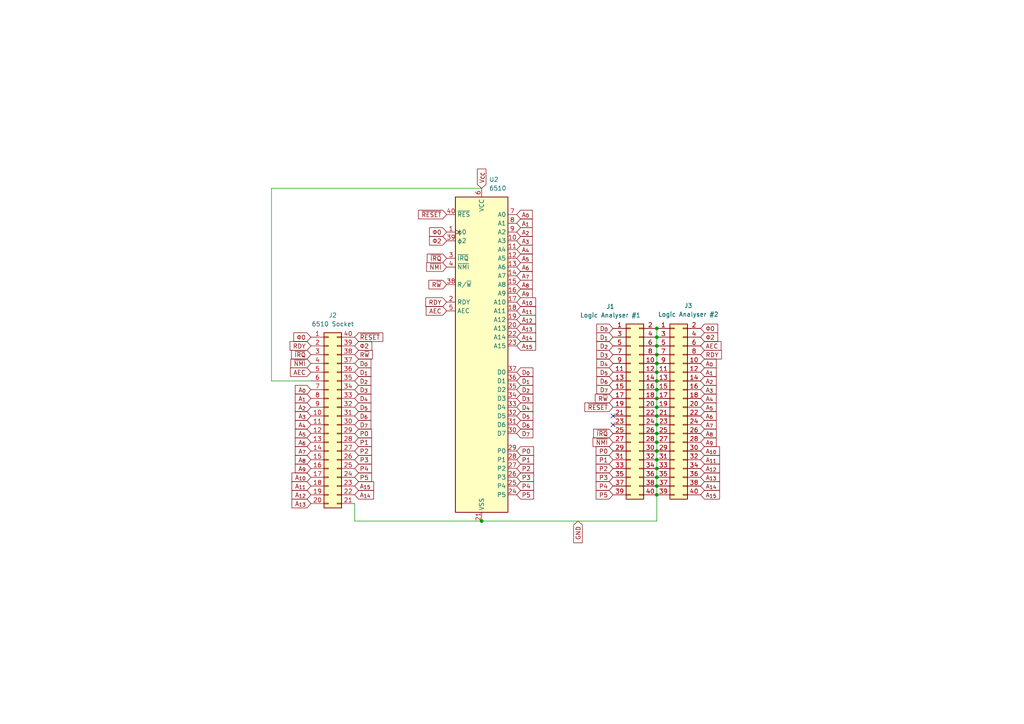
<source format=kicad_sch>
(kicad_sch (version 20250114) (generator "eeschema") (generator_version "9.0")
  (paper "A4")
  (title_block (title "6510 CPU Breakout Board for Logic Analysers") (date "13/OCT/2025") (rev "A") (company "Brett Hallen") (comment 1 "www,youtube.com/@Brfff"))
  (lib_symbols
    (symbol "65xx-library:6510"
      (property "Reference" "U" (at 2.54 50.8 0))
      (property "Value" "6510" (at 2.54 48.26 0))
      (symbol "6510_0_1"
        (rectangle (start -7.62 45.72) (end 7.62 -45.72) (stroke (width 0.254)) (fill (type background)))
      )
      (symbol "6510_1_1"
        (pin input line (at -10.16 40.64 0) (length 2.54) (name "~{RES}") (number "40"))
        (pin input clock (at -10.16 35.56 0) (length 2.54) (name "ϕ0") (number "1"))
        (pin output line (at -10.16 33.02 0) (length 2.54) (name "ϕ2") (number "39"))
        (pin input line (at -10.16 27.94 0) (length 2.54) (name "~{IRQ}") (number "3"))
        (pin input line (at -10.16 25.4 0) (length 2.54) (name "~{NMI}") (number "4"))
        (pin tri_state line (at -10.16 20.32 0) (length 2.54) (name "R/~{W}") (number "38"))
        (pin input line (at -10.16 15.24 0) (length 2.54) (name "RDY") (number "2"))
        (pin input line (at -10.16 12.7 0) (length 2.54) (name "AEC") (number "5"))
        (pin power_in line (at 0 48.26 270) (length 2.54) (name "VCC") (number "6"))
        (pin power_in line (at 0 -48.26 90) (length 2.54) (name "VSS") (number "21"))
        (pin tri_state line (at 10.16 40.64 180) (length 2.54) (name "A0") (number "7"))
        (pin tri_state line (at 10.16 38.1 180) (length 2.54) (name "A1") (number "8"))
        (pin tri_state line (at 10.16 35.56 180) (length 2.54) (name "A2") (number "9"))
        (pin tri_state line (at 10.16 33.02 180) (length 2.54) (name "A3") (number "10"))
        (pin tri_state line (at 10.16 30.48 180) (length 2.54) (name "A4") (number "11"))
        (pin tri_state line (at 10.16 27.94 180) (length 2.54) (name "A5") (number "12"))
        (pin tri_state line (at 10.16 25.4 180) (length 2.54) (name "A6") (number "13"))
        (pin tri_state line (at 10.16 22.86 180) (length 2.54) (name "A7") (number "14"))
        (pin tri_state line (at 10.16 20.32 180) (length 2.54) (name "A8") (number "15"))
        (pin tri_state line (at 10.16 17.78 180) (length 2.54) (name "A9") (number "16"))
        (pin tri_state line (at 10.16 15.24 180) (length 2.54) (name "A10") (number "17"))
        (pin tri_state line (at 10.16 12.7 180) (length 2.54) (name "A11") (number "18"))
        (pin tri_state line (at 10.16 10.16 180) (length 2.54) (name "A12") (number "19"))
        (pin tri_state line (at 10.16 7.62 180) (length 2.54) (name "A13") (number "20"))
        (pin tri_state line (at 10.16 5.08 180) (length 2.54) (name "A14") (number "22"))
        (pin tri_state line (at 10.16 2.54 180) (length 2.54) (name "A15") (number "23"))
        (pin bidirectional line (at 10.16 -5.08 180) (length 2.54) (name "D0") (number "37"))
        (pin bidirectional line (at 10.16 -7.62 180) (length 2.54) (name "D1") (number "36"))
        (pin bidirectional line (at 10.16 -10.16 180) (length 2.54) (name "D2") (number "35"))
        (pin bidirectional line (at 10.16 -12.7 180) (length 2.54) (name "D3") (number "34"))
        (pin bidirectional line (at 10.16 -15.24 180) (length 2.54) (name "D4") (number "33"))
        (pin bidirectional line (at 10.16 -17.78 180) (length 2.54) (name "D5") (number "32"))
        (pin bidirectional line (at 10.16 -20.32 180) (length 2.54) (name "D6") (number "31"))
        (pin bidirectional line (at 10.16 -22.86 180) (length 2.54) (name "D7") (number "30"))
        (pin bidirectional line (at 10.16 -27.94 180) (length 2.54) (name "P0") (number "29"))
        (pin bidirectional line (at 10.16 -30.48 180) (length 2.54) (name "P1") (number "28"))
        (pin bidirectional line (at 10.16 -33.02 180) (length 2.54) (name "P2") (number "27"))
        (pin bidirectional line (at 10.16 -35.56 180) (length 2.54) (name "P3") (number "26"))
        (pin bidirectional line (at 10.16 -38.1 180) (length 2.54) (name "P4") (number "25"))
        (pin bidirectional line (at 10.16 -40.64 180) (length 2.54) (name "P5") (number "24"))
      )
    )
    (symbol "Connector_Generic:Conn_02x20_Counter_Clockwise" (pin_names (offset 1.016) (hide yes))
      (property "Reference" "J" (at 1.27 25.4 0))
      (property "Value" "Conn_02x20_Counter_Clockwise" (at 1.27 -27.94 0))
      (symbol "Conn_02x20_Counter_Clockwise_1_1"
        (rectangle (start -1.27 24.13) (end 3.81 -26.67) (stroke (width 0.254)) (fill (type background)))
        (rectangle (start -1.27 22.987) (end 0 22.733) (stroke (width 0.1524)))
        (rectangle (start -1.27 20.447) (end 0 20.193) (stroke (width 0.1524)))
        (rectangle (start -1.27 17.907) (end 0 17.653) (stroke (width 0.1524)))
        (rectangle (start -1.27 15.367) (end 0 15.113) (stroke (width 0.1524)))
        (rectangle (start -1.27 12.827) (end 0 12.573) (stroke (width 0.1524)))
        (rectangle (start -1.27 10.287) (end 0 10.033) (stroke (width 0.1524)))
        (rectangle (start -1.27 7.747) (end 0 7.493) (stroke (width 0.1524)))
        (rectangle (start -1.27 5.207) (end 0 4.953) (stroke (width 0.1524)))
        (rectangle (start -1.27 2.667) (end 0 2.413) (stroke (width 0.1524)))
        (rectangle (start -1.27 0.127) (end 0 -0.127) (stroke (width 0.1524)))
        (rectangle (start -1.27 -2.413) (end 0 -2.667) (stroke (width 0.1524)))
        (rectangle (start -1.27 -4.953) (end 0 -5.207) (stroke (width 0.1524)))
        (rectangle (start -1.27 -7.493) (end 0 -7.747) (stroke (width 0.1524)))
        (rectangle (start -1.27 -10.033) (end 0 -10.287) (stroke (width 0.1524)))
        (rectangle (start -1.27 -12.573) (end 0 -12.827) (stroke (width 0.1524)))
        (rectangle (start -1.27 -15.113) (end 0 -15.367) (stroke (width 0.1524)))
        (rectangle (start -1.27 -17.653) (end 0 -17.907) (stroke (width 0.1524)))
        (rectangle (start -1.27 -20.193) (end 0 -20.447) (stroke (width 0.1524)))
        (rectangle (start -1.27 -22.733) (end 0 -22.987) (stroke (width 0.1524)))
        (rectangle (start -1.27 -25.273) (end 0 -25.527) (stroke (width 0.1524)))
        (rectangle (start 3.81 22.987) (end 2.54 22.733) (stroke (width 0.1524)))
        (rectangle (start 3.81 20.447) (end 2.54 20.193) (stroke (width 0.1524)))
        (rectangle (start 3.81 17.907) (end 2.54 17.653) (stroke (width 0.1524)))
        (rectangle (start 3.81 15.367) (end 2.54 15.113) (stroke (width 0.1524)))
        (rectangle (start 3.81 12.827) (end 2.54 12.573) (stroke (width 0.1524)))
        (rectangle (start 3.81 10.287) (end 2.54 10.033) (stroke (width 0.1524)))
        (rectangle (start 3.81 7.747) (end 2.54 7.493) (stroke (width 0.1524)))
        (rectangle (start 3.81 5.207) (end 2.54 4.953) (stroke (width 0.1524)))
        (rectangle (start 3.81 2.667) (end 2.54 2.413) (stroke (width 0.1524)))
        (rectangle (start 3.81 0.127) (end 2.54 -0.127) (stroke (width 0.1524)))
        (rectangle (start 3.81 -2.413) (end 2.54 -2.667) (stroke (width 0.1524)))
        (rectangle (start 3.81 -4.953) (end 2.54 -5.207) (stroke (width 0.1524)))
        (rectangle (start 3.81 -7.493) (end 2.54 -7.747) (stroke (width 0.1524)))
        (rectangle (start 3.81 -10.033) (end 2.54 -10.287) (stroke (width 0.1524)))
        (rectangle (start 3.81 -12.573) (end 2.54 -12.827) (stroke (width 0.1524)))
        (rectangle (start 3.81 -15.113) (end 2.54 -15.367) (stroke (width 0.1524)))
        (rectangle (start 3.81 -17.653) (end 2.54 -17.907) (stroke (width 0.1524)))
        (rectangle (start 3.81 -20.193) (end 2.54 -20.447) (stroke (width 0.1524)))
        (rectangle (start 3.81 -22.733) (end 2.54 -22.987) (stroke (width 0.1524)))
        (rectangle (start 3.81 -25.273) (end 2.54 -25.527) (stroke (width 0.1524)))
        (pin passive line (at -5.08 22.86 0) (length 3.81) (name "Pin_1") (number "1"))
        (pin passive line (at -5.08 20.32 0) (length 3.81) (name "Pin_2") (number "2"))
        (pin passive line (at -5.08 17.78 0) (length 3.81) (name "Pin_3") (number "3"))
        (pin passive line (at -5.08 15.24 0) (length 3.81) (name "Pin_4") (number "4"))
        (pin passive line (at -5.08 12.7 0) (length 3.81) (name "Pin_5") (number "5"))
        (pin passive line (at -5.08 10.16 0) (length 3.81) (name "Pin_6") (number "6"))
        (pin passive line (at -5.08 7.62 0) (length 3.81) (name "Pin_7") (number "7"))
        (pin passive line (at -5.08 5.08 0) (length 3.81) (name "Pin_8") (number "8"))
        (pin passive line (at -5.08 2.54 0) (length 3.81) (name "Pin_9") (number "9"))
        (pin passive line (at -5.08 0 0) (length 3.81) (name "Pin_10") (number "10"))
        (pin passive line (at -5.08 -2.54 0) (length 3.81) (name "Pin_11") (number "11"))
        (pin passive line (at -5.08 -5.08 0) (length 3.81) (name "Pin_12") (number "12"))
        (pin passive line (at -5.08 -7.62 0) (length 3.81) (name "Pin_13") (number "13"))
        (pin passive line (at -5.08 -10.16 0) (length 3.81) (name "Pin_14") (number "14"))
        (pin passive line (at -5.08 -12.7 0) (length 3.81) (name "Pin_15") (number "15"))
        (pin passive line (at -5.08 -15.24 0) (length 3.81) (name "Pin_16") (number "16"))
        (pin passive line (at -5.08 -17.78 0) (length 3.81) (name "Pin_17") (number "17"))
        (pin passive line (at -5.08 -20.32 0) (length 3.81) (name "Pin_18") (number "18"))
        (pin passive line (at -5.08 -22.86 0) (length 3.81) (name "Pin_19") (number "19"))
        (pin passive line (at -5.08 -25.4 0) (length 3.81) (name "Pin_20") (number "20"))
        (pin passive line (at 7.62 22.86 180) (length 3.81) (name "Pin_40") (number "40"))
        (pin passive line (at 7.62 20.32 180) (length 3.81) (name "Pin_39") (number "39"))
        (pin passive line (at 7.62 17.78 180) (length 3.81) (name "Pin_38") (number "38"))
        (pin passive line (at 7.62 15.24 180) (length 3.81) (name "Pin_37") (number "37"))
        (pin passive line (at 7.62 12.7 180) (length 3.81) (name "Pin_36") (number "36"))
        (pin passive line (at 7.62 10.16 180) (length 3.81) (name "Pin_35") (number "35"))
        (pin passive line (at 7.62 7.62 180) (length 3.81) (name "Pin_34") (number "34"))
        (pin passive line (at 7.62 5.08 180) (length 3.81) (name "Pin_33") (number "33"))
        (pin passive line (at 7.62 2.54 180) (length 3.81) (name "Pin_32") (number "32"))
        (pin passive line (at 7.62 0 180) (length 3.81) (name "Pin_31") (number "31"))
        (pin passive line (at 7.62 -2.54 180) (length 3.81) (name "Pin_30") (number "30"))
        (pin passive line (at 7.62 -5.08 180) (length 3.81) (name "Pin_29") (number "29"))
        (pin passive line (at 7.62 -7.62 180) (length 3.81) (name "Pin_28") (number "28"))
        (pin passive line (at 7.62 -10.16 180) (length 3.81) (name "Pin_27") (number "27"))
        (pin passive line (at 7.62 -12.7 180) (length 3.81) (name "Pin_26") (number "26"))
        (pin passive line (at 7.62 -15.24 180) (length 3.81) (name "Pin_25") (number "25"))
        (pin passive line (at 7.62 -17.78 180) (length 3.81) (name "Pin_24") (number "24"))
        (pin passive line (at 7.62 -20.32 180) (length 3.81) (name "Pin_23") (number "23"))
        (pin passive line (at 7.62 -22.86 180) (length 3.81) (name "Pin_22") (number "22"))
        (pin passive line (at 7.62 -25.4 180) (length 3.81) (name "Pin_21") (number "21"))
      )
    )
    (symbol "Connector_Generic:Conn_02x20_Odd_Even" (pin_names (offset 1.016) (hide yes))
      (property "Reference" "J" (at 1.27 25.4 0))
      (property "Value" "Conn_02x20_Odd_Even" (at 1.27 -27.94 0))
      (symbol "Conn_02x20_Odd_Even_1_1"
        (rectangle (start -1.27 24.13) (end 3.81 -26.67) (stroke (width 0.254)) (fill (type background)))
        (rectangle (start -1.27 22.987) (end 0 22.733) (stroke (width 0.1524)))
        (rectangle (start -1.27 20.447) (end 0 20.193) (stroke (width 0.1524)))
        (rectangle (start -1.27 17.907) (end 0 17.653) (stroke (width 0.1524)))
        (rectangle (start -1.27 15.367) (end 0 15.113) (stroke (width 0.1524)))
        (rectangle (start -1.27 12.827) (end 0 12.573) (stroke (width 0.1524)))
        (rectangle (start -1.27 10.287) (end 0 10.033) (stroke (width 0.1524)))
        (rectangle (start -1.27 7.747) (end 0 7.493) (stroke (width 0.1524)))
        (rectangle (start -1.27 5.207) (end 0 4.953) (stroke (width 0.1524)))
        (rectangle (start -1.27 2.667) (end 0 2.413) (stroke (width 0.1524)))
        (rectangle (start -1.27 0.127) (end 0 -0.127) (stroke (width 0.1524)))
        (rectangle (start -1.27 -2.413) (end 0 -2.667) (stroke (width 0.1524)))
        (rectangle (start -1.27 -4.953) (end 0 -5.207) (stroke (width 0.1524)))
        (rectangle (start -1.27 -7.493) (end 0 -7.747) (stroke (width 0.1524)))
        (rectangle (start -1.27 -10.033) (end 0 -10.287) (stroke (width 0.1524)))
        (rectangle (start -1.27 -12.573) (end 0 -12.827) (stroke (width 0.1524)))
        (rectangle (start -1.27 -15.113) (end 0 -15.367) (stroke (width 0.1524)))
        (rectangle (start -1.27 -17.653) (end 0 -17.907) (stroke (width 0.1524)))
        (rectangle (start -1.27 -20.193) (end 0 -20.447) (stroke (width 0.1524)))
        (rectangle (start -1.27 -22.733) (end 0 -22.987) (stroke (width 0.1524)))
        (rectangle (start -1.27 -25.273) (end 0 -25.527) (stroke (width 0.1524)))
        (rectangle (start 3.81 22.987) (end 2.54 22.733) (stroke (width 0.1524)))
        (rectangle (start 3.81 20.447) (end 2.54 20.193) (stroke (width 0.1524)))
        (rectangle (start 3.81 17.907) (end 2.54 17.653) (stroke (width 0.1524)))
        (rectangle (start 3.81 15.367) (end 2.54 15.113) (stroke (width 0.1524)))
        (rectangle (start 3.81 12.827) (end 2.54 12.573) (stroke (width 0.1524)))
        (rectangle (start 3.81 10.287) (end 2.54 10.033) (stroke (width 0.1524)))
        (rectangle (start 3.81 7.747) (end 2.54 7.493) (stroke (width 0.1524)))
        (rectangle (start 3.81 5.207) (end 2.54 4.953) (stroke (width 0.1524)))
        (rectangle (start 3.81 2.667) (end 2.54 2.413) (stroke (width 0.1524)))
        (rectangle (start 3.81 0.127) (end 2.54 -0.127) (stroke (width 0.1524)))
        (rectangle (start 3.81 -2.413) (end 2.54 -2.667) (stroke (width 0.1524)))
        (rectangle (start 3.81 -4.953) (end 2.54 -5.207) (stroke (width 0.1524)))
        (rectangle (start 3.81 -7.493) (end 2.54 -7.747) (stroke (width 0.1524)))
        (rectangle (start 3.81 -10.033) (end 2.54 -10.287) (stroke (width 0.1524)))
        (rectangle (start 3.81 -12.573) (end 2.54 -12.827) (stroke (width 0.1524)))
        (rectangle (start 3.81 -15.113) (end 2.54 -15.367) (stroke (width 0.1524)))
        (rectangle (start 3.81 -17.653) (end 2.54 -17.907) (stroke (width 0.1524)))
        (rectangle (start 3.81 -20.193) (end 2.54 -20.447) (stroke (width 0.1524)))
        (rectangle (start 3.81 -22.733) (end 2.54 -22.987) (stroke (width 0.1524)))
        (rectangle (start 3.81 -25.273) (end 2.54 -25.527) (stroke (width 0.1524)))
        (pin passive line (at -5.08 22.86 0) (length 3.81) (name "Pin_1") (number "1"))
        (pin passive line (at -5.08 20.32 0) (length 3.81) (name "Pin_3") (number "3"))
        (pin passive line (at -5.08 17.78 0) (length 3.81) (name "Pin_5") (number "5"))
        (pin passive line (at -5.08 15.24 0) (length 3.81) (name "Pin_7") (number "7"))
        (pin passive line (at -5.08 12.7 0) (length 3.81) (name "Pin_9") (number "9"))
        (pin passive line (at -5.08 10.16 0) (length 3.81) (name "Pin_11") (number "11"))
        (pin passive line (at -5.08 7.62 0) (length 3.81) (name "Pin_13") (number "13"))
        (pin passive line (at -5.08 5.08 0) (length 3.81) (name "Pin_15") (number "15"))
        (pin passive line (at -5.08 2.54 0) (length 3.81) (name "Pin_17") (number "17"))
        (pin passive line (at -5.08 0 0) (length 3.81) (name "Pin_19") (number "19"))
        (pin passive line (at -5.08 -2.54 0) (length 3.81) (name "Pin_21") (number "21"))
        (pin passive line (at -5.08 -5.08 0) (length 3.81) (name "Pin_23") (number "23"))
        (pin passive line (at -5.08 -7.62 0) (length 3.81) (name "Pin_25") (number "25"))
        (pin passive line (at -5.08 -10.16 0) (length 3.81) (name "Pin_27") (number "27"))
        (pin passive line (at -5.08 -12.7 0) (length 3.81) (name "Pin_29") (number "29"))
        (pin passive line (at -5.08 -15.24 0) (length 3.81) (name "Pin_31") (number "31"))
        (pin passive line (at -5.08 -17.78 0) (length 3.81) (name "Pin_33") (number "33"))
        (pin passive line (at -5.08 -20.32 0) (length 3.81) (name "Pin_35") (number "35"))
        (pin passive line (at -5.08 -22.86 0) (length 3.81) (name "Pin_37") (number "37"))
        (pin passive line (at -5.08 -25.4 0) (length 3.81) (name "Pin_39") (number "39"))
        (pin passive line (at 7.62 22.86 180) (length 3.81) (name "Pin_2") (number "2"))
        (pin passive line (at 7.62 20.32 180) (length 3.81) (name "Pin_4") (number "4"))
        (pin passive line (at 7.62 17.78 180) (length 3.81) (name "Pin_6") (number "6"))
        (pin passive line (at 7.62 15.24 180) (length 3.81) (name "Pin_8") (number "8"))
        (pin passive line (at 7.62 12.7 180) (length 3.81) (name "Pin_10") (number "10"))
        (pin passive line (at 7.62 10.16 180) (length 3.81) (name "Pin_12") (number "12"))
        (pin passive line (at 7.62 7.62 180) (length 3.81) (name "Pin_14") (number "14"))
        (pin passive line (at 7.62 5.08 180) (length 3.81) (name "Pin_16") (number "16"))
        (pin passive line (at 7.62 2.54 180) (length 3.81) (name "Pin_18") (number "18"))
        (pin passive line (at 7.62 0 180) (length 3.81) (name "Pin_20") (number "20"))
        (pin passive line (at 7.62 -2.54 180) (length 3.81) (name "Pin_22") (number "22"))
        (pin passive line (at 7.62 -5.08 180) (length 3.81) (name "Pin_24") (number "24"))
        (pin passive line (at 7.62 -7.62 180) (length 3.81) (name "Pin_26") (number "26"))
        (pin passive line (at 7.62 -10.16 180) (length 3.81) (name "Pin_28") (number "28"))
        (pin passive line (at 7.62 -12.7 180) (length 3.81) (name "Pin_30") (number "30"))
        (pin passive line (at 7.62 -15.24 180) (length 3.81) (name "Pin_32") (number "32"))
        (pin passive line (at 7.62 -17.78 180) (length 3.81) (name "Pin_34") (number "34"))
        (pin passive line (at 7.62 -20.32 180) (length 3.81) (name "Pin_36") (number "36"))
        (pin passive line (at 7.62 -22.86 180) (length 3.81) (name "Pin_38") (number "38"))
        (pin passive line (at 7.62 -25.4 180) (length 3.81) (name "Pin_40") (number "40"))
      )
    )
  )
  (junction (at 190.5 140.97))
  (junction (at 190.5 95.25))
  (junction (at 190.5 100.33))
  (junction (at 190.5 97.79))
  (junction (at 190.5 120.65))
  (junction (at 190.5 125.73))
  (junction (at 190.5 110.49))
  (junction (at 190.5 135.89))
  (junction (at 190.5 130.81))
  (junction (at 190.5 115.57))
  (junction (at 190.5 123.19))
  (junction (at 190.5 118.11))
  (junction (at 190.5 107.95))
  (junction (at 190.5 105.41))
  (junction (at 190.5 102.87))
  (junction (at 190.5 143.51))
  (junction (at 139.7 151.13))
  (junction (at 190.5 113.03))
  (junction (at 190.5 128.27))
  (junction (at 190.5 138.43))
  (junction (at 190.5 133.35))
  (no_connect (at 177.8 120.65))
  (no_connect (at 177.8 123.19))
  (wire (pts (xy 102.87 146.05) (xy 102.87 151.13)))
  (wire (pts (xy 190.5 130.81) (xy 190.5 128.27)))
  (wire (pts (xy 190.5 118.11) (xy 190.5 115.57)))
  (wire (pts (xy 190.5 100.33) (xy 190.5 97.79)))
  (wire (pts (xy 190.5 123.19) (xy 190.5 120.65)))
  (wire (pts (xy 78.74 110.49) (xy 90.17 110.49)))
  (wire (pts (xy 190.5 102.87) (xy 190.5 100.33)))
  (wire (pts (xy 78.74 54.61) (xy 78.74 110.49)))
  (wire (pts (xy 190.5 143.51) (xy 190.5 140.97)))
  (wire (pts (xy 102.87 151.13) (xy 139.7 151.13)))
  (wire (pts (xy 190.5 133.35) (xy 190.5 130.81)))
  (wire (pts (xy 190.5 151.13) (xy 190.5 143.51)))
  (wire (pts (xy 190.5 113.03) (xy 190.5 110.49)))
  (wire (pts (xy 139.7 54.61) (xy 78.74 54.61)))
  (wire (pts (xy 190.5 140.97) (xy 190.5 138.43)))
  (wire (pts (xy 139.7 151.13) (xy 190.5 151.13)))
  (wire (pts (xy 190.5 128.27) (xy 190.5 125.73)))
  (wire (pts (xy 190.5 107.95) (xy 190.5 105.41)))
  (wire (pts (xy 190.5 133.35) (xy 190.5 135.89)))
  (wire (pts (xy 190.5 115.57) (xy 190.5 113.03)))
  (wire (pts (xy 190.5 105.41) (xy 190.5 102.87)))
  (wire (pts (xy 190.5 120.65) (xy 190.5 118.11)))
  (wire (pts (xy 190.5 125.73) (xy 190.5 123.19)))
  (wire (pts (xy 190.5 110.49) (xy 190.5 107.95)))
  (wire (pts (xy 190.5 97.79) (xy 190.5 95.25)))
  (wire (pts (xy 190.5 138.43) (xy 190.5 135.89)))
  (global_label "Φ2" (shape input) (at 129.54 69.85 180) (property "Intersheetrefs" "${INTERSHEET_REFS}" (effects (hide yes))))
  (global_label "P4" (shape input) (at 177.8 140.97 180) (property "Intersheetrefs" "${INTERSHEET_REFS}" (effects (hide yes))))
  (global_label "~{RESET}" (shape input) (at 177.8 118.11 180) (property "Intersheetrefs" "${INTERSHEET_REFS}" (effects (hide yes))))
  (global_label "RDY" (shape input) (at 129.54 87.63 180) (property "Intersheetrefs" "${INTERSHEET_REFS}" (effects (hide yes))))
  (global_label "D_{4}" (shape input) (at 149.86 118.11 0) (property "Intersheetrefs" "${INTERSHEET_REFS}" (effects (hide yes))))
  (global_label "D_{5}" (shape input) (at 102.87 118.11 0) (property "Intersheetrefs" "${INTERSHEET_REFS}" (effects (hide yes))))
  (global_label "A_{6}" (shape input) (at 149.86 77.47 0) (property "Intersheetrefs" "${INTERSHEET_REFS}" (effects (hide yes))))
  (global_label "Φ2" (shape input) (at 102.87 100.33 0) (property "Intersheetrefs" "${INTERSHEET_REFS}" (effects (hide yes))))
  (global_label "~{IRQ}" (shape input) (at 129.54 74.93 180) (property "Intersheetrefs" "${INTERSHEET_REFS}" (effects (hide yes))))
  (global_label "A_{1}" (shape input) (at 90.17 115.57 180) (property "Intersheetrefs" "${INTERSHEET_REFS}" (effects (hide yes))))
  (global_label "D_{7}" (shape input) (at 177.8 113.03 180) (property "Intersheetrefs" "${INTERSHEET_REFS}" (effects (hide yes))))
  (global_label "P0" (shape input) (at 102.87 125.73 0) (property "Intersheetrefs" "${INTERSHEET_REFS}" (effects (hide yes))))
  (global_label "A_{0}" (shape input) (at 90.17 113.03 180) (property "Intersheetrefs" "${INTERSHEET_REFS}" (effects (hide yes))))
  (global_label "A_{8}" (shape input) (at 90.17 133.35 180) (property "Intersheetrefs" "${INTERSHEET_REFS}" (effects (hide yes))))
  (global_label "A_{9}" (shape input) (at 149.86 85.09 0) (property "Intersheetrefs" "${INTERSHEET_REFS}" (effects (hide yes))))
  (global_label "P1" (shape input) (at 102.87 128.27 0) (property "Intersheetrefs" "${INTERSHEET_REFS}" (effects (hide yes))))
  (global_label "D_{0}" (shape input) (at 102.87 105.41 0) (property "Intersheetrefs" "${INTERSHEET_REFS}" (effects (hide yes))))
  (global_label "A_{2}" (shape input) (at 90.17 118.11 180) (property "Intersheetrefs" "${INTERSHEET_REFS}" (effects (hide yes))))
  (global_label "A_{9}" (shape input) (at 203.2 128.27 0) (property "Intersheetrefs" "${INTERSHEET_REFS}" (effects (hide yes))))
  (global_label "A_{4}" (shape input) (at 90.17 123.19 180) (property "Intersheetrefs" "${INTERSHEET_REFS}" (effects (hide yes))))
  (global_label "A_{7}" (shape input) (at 90.17 130.81 180) (property "Intersheetrefs" "${INTERSHEET_REFS}" (effects (hide yes))))
  (global_label "D_{1}" (shape input) (at 149.86 110.49 0) (property "Intersheetrefs" "${INTERSHEET_REFS}" (effects (hide yes))))
  (global_label "~{RESET}" (shape input) (at 129.54 62.23 180) (property "Intersheetrefs" "${INTERSHEET_REFS}" (effects (hide yes))))
  (global_label "D_{2}" (shape input) (at 177.8 100.33 180) (property "Intersheetrefs" "${INTERSHEET_REFS}" (effects (hide yes))))
  (global_label "~{NMI}" (shape input) (at 129.54 77.47 180) (property "Intersheetrefs" "${INTERSHEET_REFS}" (effects (hide yes))))
  (global_label "P2" (shape input) (at 149.86 135.89 0) (property "Intersheetrefs" "${INTERSHEET_REFS}" (effects (hide yes))))
  (global_label "A_{13}" (shape input) (at 203.2 138.43 0) (property "Intersheetrefs" "${INTERSHEET_REFS}" (effects (hide yes))))
  (global_label "R~{W}" (shape input) (at 129.54 82.55 180) (property "Intersheetrefs" "${INTERSHEET_REFS}" (effects (hide yes))))
  (global_label "A_{6}" (shape input) (at 203.2 120.65 0) (property "Intersheetrefs" "${INTERSHEET_REFS}" (effects (hide yes))))
  (global_label "P2" (shape input) (at 102.87 130.81 0) (property "Intersheetrefs" "${INTERSHEET_REFS}" (effects (hide yes))))
  (global_label "A_{15}" (shape input) (at 203.2 143.51 0) (property "Intersheetrefs" "${INTERSHEET_REFS}" (effects (hide yes))))
  (global_label "D_{0}" (shape input) (at 177.8 95.25 180) (property "Intersheetrefs" "${INTERSHEET_REFS}" (effects (hide yes))))
  (global_label "A_{13}" (shape input) (at 90.17 146.05 180) (property "Intersheetrefs" "${INTERSHEET_REFS}" (effects (hide yes))))
  (global_label "D_{3}" (shape input) (at 177.8 102.87 180) (property "Intersheetrefs" "${INTERSHEET_REFS}" (effects (hide yes))))
  (global_label "~{NMI}" (shape input) (at 90.17 105.41 180) (property "Intersheetrefs" "${INTERSHEET_REFS}" (effects (hide yes))))
  (global_label "AEC" (shape input) (at 203.2 100.33 0) (property "Intersheetrefs" "${INTERSHEET_REFS}" (effects (hide yes))))
  (global_label "A_{14}" (shape input) (at 203.2 140.97 0) (property "Intersheetrefs" "${INTERSHEET_REFS}" (effects (hide yes))))
  (global_label "A_{13}" (shape input) (at 149.86 95.25 0) (property "Intersheetrefs" "${INTERSHEET_REFS}" (effects (hide yes))))
  (global_label "A_{12}" (shape input) (at 203.2 135.89 0) (property "Intersheetrefs" "${INTERSHEET_REFS}" (effects (hide yes))))
  (global_label "D_{3}" (shape input) (at 102.87 113.03 0) (property "Intersheetrefs" "${INTERSHEET_REFS}" (effects (hide yes))))
  (global_label "A_{5}" (shape input) (at 90.17 125.73 180) (property "Intersheetrefs" "${INTERSHEET_REFS}" (effects (hide yes))))
  (global_label "A_{7}" (shape input) (at 149.86 80.01 0) (property "Intersheetrefs" "${INTERSHEET_REFS}" (effects (hide yes))))
  (global_label "AEC" (shape input) (at 129.54 90.17 180) (property "Intersheetrefs" "${INTERSHEET_REFS}" (effects (hide yes))))
  (global_label "A_{11}" (shape input) (at 90.17 140.97 180) (property "Intersheetrefs" "${INTERSHEET_REFS}" (effects (hide yes))))
  (global_label "P5" (shape input) (at 149.86 143.51 0) (property "Intersheetrefs" "${INTERSHEET_REFS}" (effects (hide yes))))
  (global_label "Φ0" (shape input) (at 129.54 67.31 180) (property "Intersheetrefs" "${INTERSHEET_REFS}" (effects (hide yes))))
  (global_label "~{RESET}" (shape input) (at 102.87 97.79 0) (property "Intersheetrefs" "${INTERSHEET_REFS}" (effects (hide yes))))
  (global_label "P4" (shape input) (at 149.86 140.97 0) (property "Intersheetrefs" "${INTERSHEET_REFS}" (effects (hide yes))))
  (global_label "P1" (shape input) (at 177.8 133.35 180) (property "Intersheetrefs" "${INTERSHEET_REFS}" (effects (hide yes))))
  (global_label "D_{6}" (shape input) (at 177.8 110.49 180) (property "Intersheetrefs" "${INTERSHEET_REFS}" (effects (hide yes))))
  (global_label "A_{8}" (shape input) (at 203.2 125.73 0) (property "Intersheetrefs" "${INTERSHEET_REFS}" (effects (hide yes))))
  (global_label "A_{15}" (shape input) (at 102.87 140.97 0) (property "Intersheetrefs" "${INTERSHEET_REFS}" (effects (hide yes))))
  (global_label "A_{0}" (shape input) (at 149.86 62.23 0) (property "Intersheetrefs" "${INTERSHEET_REFS}" (effects (hide yes))))
  (global_label "AEC" (shape input) (at 90.17 107.95 180) (property "Intersheetrefs" "${INTERSHEET_REFS}" (effects (hide yes))))
  (global_label "D_{6}" (shape input) (at 102.87 120.65 0) (property "Intersheetrefs" "${INTERSHEET_REFS}" (effects (hide yes))))
  (global_label "A_{15}" (shape input) (at 149.86 100.33 0) (property "Intersheetrefs" "${INTERSHEET_REFS}" (effects (hide yes))))
  (global_label "D_{3}" (shape input) (at 149.86 115.57 0) (property "Intersheetrefs" "${INTERSHEET_REFS}" (effects (hide yes))))
  (global_label "~{NMI}" (shape input) (at 177.8 128.27 180) (property "Intersheetrefs" "${INTERSHEET_REFS}" (effects (hide yes))))
  (global_label "A_{5}" (shape input) (at 149.86 74.93 0) (property "Intersheetrefs" "${INTERSHEET_REFS}" (effects (hide yes))))
  (global_label "R~{W}" (shape input) (at 102.87 102.87 0) (property "Intersheetrefs" "${INTERSHEET_REFS}" (effects (hide yes))))
  (global_label "A_{9}" (shape input) (at 90.17 135.89 180) (property "Intersheetrefs" "${INTERSHEET_REFS}" (effects (hide yes))))
  (global_label "V_{CC}" (shape input) (at 139.7 54.61 90) (property "Intersheetrefs" "${INTERSHEET_REFS}" (effects (hide yes))))
  (global_label "P0" (shape input) (at 177.8 130.81 180) (property "Intersheetrefs" "${INTERSHEET_REFS}" (effects (hide yes))))
  (global_label "A_{8}" (shape input) (at 149.86 82.55 0) (property "Intersheetrefs" "${INTERSHEET_REFS}" (effects (hide yes))))
  (global_label "A_{1}" (shape input) (at 203.2 107.95 0) (property "Intersheetrefs" "${INTERSHEET_REFS}" (effects (hide yes))))
  (global_label "D_{0}" (shape input) (at 149.86 107.95 0) (property "Intersheetrefs" "${INTERSHEET_REFS}" (effects (hide yes))))
  (global_label "A_{3}" (shape input) (at 203.2 113.03 0) (property "Intersheetrefs" "${INTERSHEET_REFS}" (effects (hide yes))))
  (global_label "~{IRQ}" (shape input) (at 90.17 102.87 180) (property "Intersheetrefs" "${INTERSHEET_REFS}" (effects (hide yes))))
  (global_label "A_{6}" (shape input) (at 90.17 128.27 180) (property "Intersheetrefs" "${INTERSHEET_REFS}" (effects (hide yes))))
  (global_label "GND" (shape input) (at 167.64 151.13 270) (property "Intersheetrefs" "${INTERSHEET_REFS}" (effects (hide yes))))
  (global_label "P0" (shape input) (at 149.86 130.81 0) (property "Intersheetrefs" "${INTERSHEET_REFS}" (effects (hide yes))))
  (global_label "P3" (shape input) (at 177.8 138.43 180) (property "Intersheetrefs" "${INTERSHEET_REFS}" (effects (hide yes))))
  (global_label "RDY" (shape input) (at 90.17 100.33 180) (property "Intersheetrefs" "${INTERSHEET_REFS}" (effects (hide yes))))
  (global_label "D_{1}" (shape input) (at 102.87 107.95 0) (property "Intersheetrefs" "${INTERSHEET_REFS}" (effects (hide yes))))
  (global_label "D_{2}" (shape input) (at 149.86 113.03 0) (property "Intersheetrefs" "${INTERSHEET_REFS}" (effects (hide yes))))
  (global_label "A_{2}" (shape input) (at 203.2 110.49 0) (property "Intersheetrefs" "${INTERSHEET_REFS}" (effects (hide yes))))
  (global_label "A_{4}" (shape input) (at 203.2 115.57 0) (property "Intersheetrefs" "${INTERSHEET_REFS}" (effects (hide yes))))
  (global_label "Φ2" (shape input) (at 203.2 97.79 0) (property "Intersheetrefs" "${INTERSHEET_REFS}" (effects (hide yes))))
  (global_label "A_{7}" (shape input) (at 203.2 123.19 0) (property "Intersheetrefs" "${INTERSHEET_REFS}" (effects (hide yes))))
  (global_label "A_{11}" (shape input) (at 203.2 133.35 0) (property "Intersheetrefs" "${INTERSHEET_REFS}" (effects (hide yes))))
  (global_label "A_{14}" (shape input) (at 102.87 143.51 0) (property "Intersheetrefs" "${INTERSHEET_REFS}" (effects (hide yes))))
  (global_label "A_{12}" (shape input) (at 90.17 143.51 180) (property "Intersheetrefs" "${INTERSHEET_REFS}" (effects (hide yes))))
  (global_label "D_{6}" (shape input) (at 149.86 123.19 0) (property "Intersheetrefs" "${INTERSHEET_REFS}" (effects (hide yes))))
  (global_label "D_{2}" (shape input) (at 102.87 110.49 0) (property "Intersheetrefs" "${INTERSHEET_REFS}" (effects (hide yes))))
  (global_label "P3" (shape input) (at 149.86 138.43 0) (property "Intersheetrefs" "${INTERSHEET_REFS}" (effects (hide yes))))
  (global_label "A_{10}" (shape input) (at 149.86 87.63 0) (property "Intersheetrefs" "${INTERSHEET_REFS}" (effects (hide yes))))
  (global_label "R~{W}" (shape input) (at 177.8 115.57 180) (property "Intersheetrefs" "${INTERSHEET_REFS}" (effects (hide yes))))
  (global_label "D_{4}" (shape input) (at 102.87 115.57 0) (property "Intersheetrefs" "${INTERSHEET_REFS}" (effects (hide yes))))
  (global_label "P2" (shape input) (at 177.8 135.89 180) (property "Intersheetrefs" "${INTERSHEET_REFS}" (effects (hide yes))))
  (global_label "D_{5}" (shape input) (at 149.86 120.65 0) (property "Intersheetrefs" "${INTERSHEET_REFS}" (effects (hide yes))))
  (global_label "P4" (shape input) (at 102.87 135.89 0) (property "Intersheetrefs" "${INTERSHEET_REFS}" (effects (hide yes))))
  (global_label "~{IRQ}" (shape input) (at 177.8 125.73 180) (property "Intersheetrefs" "${INTERSHEET_REFS}" (effects (hide yes))))
  (global_label "D_{1}" (shape input) (at 177.8 97.79 180) (property "Intersheetrefs" "${INTERSHEET_REFS}" (effects (hide yes))))
  (global_label "A_{2}" (shape input) (at 149.86 67.31 0) (property "Intersheetrefs" "${INTERSHEET_REFS}" (effects (hide yes))))
  (global_label "A_{3}" (shape input) (at 149.86 69.85 0) (property "Intersheetrefs" "${INTERSHEET_REFS}" (effects (hide yes))))
  (global_label "P5" (shape input) (at 102.87 138.43 0) (property "Intersheetrefs" "${INTERSHEET_REFS}" (effects (hide yes))))
  (global_label "A_{3}" (shape input) (at 90.17 120.65 180) (property "Intersheetrefs" "${INTERSHEET_REFS}" (effects (hide yes))))
  (global_label "A_{12}" (shape input) (at 149.86 92.71 0) (property "Intersheetrefs" "${INTERSHEET_REFS}" (effects (hide yes))))
  (global_label "A_{11}" (shape input) (at 149.86 90.17 0) (property "Intersheetrefs" "${INTERSHEET_REFS}" (effects (hide yes))))
  (global_label "RDY" (shape input) (at 203.2 102.87 0) (property "Intersheetrefs" "${INTERSHEET_REFS}" (effects (hide yes))))
  (global_label "A_{14}" (shape input) (at 149.86 97.79 0) (property "Intersheetrefs" "${INTERSHEET_REFS}" (effects (hide yes))))
  (global_label "A_{10}" (shape input) (at 203.2 130.81 0) (property "Intersheetrefs" "${INTERSHEET_REFS}" (effects (hide yes))))
  (global_label "P3" (shape input) (at 102.87 133.35 0) (property "Intersheetrefs" "${INTERSHEET_REFS}" (effects (hide yes))))
  (global_label "Φ0" (shape input) (at 90.17 97.79 180) (property "Intersheetrefs" "${INTERSHEET_REFS}" (effects (hide yes))))
  (global_label "D_{5}" (shape input) (at 177.8 107.95 180) (property "Intersheetrefs" "${INTERSHEET_REFS}" (effects (hide yes))))
  (global_label "A_{5}" (shape input) (at 203.2 118.11 0) (property "Intersheetrefs" "${INTERSHEET_REFS}" (effects (hide yes))))
  (global_label "A_{10}" (shape input) (at 90.17 138.43 180) (property "Intersheetrefs" "${INTERSHEET_REFS}" (effects (hide yes))))
  (global_label "D_{7}" (shape input) (at 149.86 125.73 0) (property "Intersheetrefs" "${INTERSHEET_REFS}" (effects (hide yes))))
  (global_label "D_{7}" (shape input) (at 102.87 123.19 0) (property "Intersheetrefs" "${INTERSHEET_REFS}" (effects (hide yes))))
  (global_label "P1" (shape input) (at 149.86 133.35 0) (property "Intersheetrefs" "${INTERSHEET_REFS}" (effects (hide yes))))
  (global_label "D_{4}" (shape input) (at 177.8 105.41 180) (property "Intersheetrefs" "${INTERSHEET_REFS}" (effects (hide yes))))
  (global_label "Φ0" (shape input) (at 203.2 95.25 0) (property "Intersheetrefs" "${INTERSHEET_REFS}" (effects (hide yes))))
  (global_label "A_{1}" (shape input) (at 149.86 64.77 0) (property "Intersheetrefs" "${INTERSHEET_REFS}" (effects (hide yes))))
  (global_label "A_{0}" (shape input) (at 203.2 105.41 0) (property "Intersheetrefs" "${INTERSHEET_REFS}" (effects (hide yes))))
  (global_label "P5" (shape input) (at 177.8 143.51 180) (property "Intersheetrefs" "${INTERSHEET_REFS}" (effects (hide yes))))
  (global_label "A_{4}" (shape input) (at 149.86 72.39 0) (property "Intersheetrefs" "${INTERSHEET_REFS}" (effects (hide yes))))
  (symbol (lib_id "Connector_Generic:Conn_02x20_Counter_Clockwise") (at 95.25 120.65 0) (unit 1)
    (property "Reference" "J2" (at 96.52 91.44 0))
    (property "Value" "6510 Socket" (at 96.52 93.98 0))
    (property "Footprint" "Package_DIP:DIP-40_W15.24mm" (effects (hide yes)))
    (property "Description" "Generic connector, double row, 02x20, counter clockwise pin numbering scheme (similar to DIP package numbering), script generated (kicad-library-utils/schlib/autogen/connector/)" (effects (hide yes)))
  )
  (symbol (lib_id "65xx-library:6510") (at 139.7 102.87 0) (unit 1)
    (property "Reference" "U2" (at 141.8433 52.07 0) (effects (justify left)))
    (property "Value" "6510" (at 141.8433 54.61 0) (effects (justify left)))
    (property "Footprint" "Package_DIP:DIP-40_W15.24mm" (effects (hide yes)))
    (property "Datasheet" "http://www.6502.org/documents/datasheets/mos/mos_6510_mpu.pdf" (effects (hide yes)))
    (property "Description" "8-bit NMOS Microprocessor, 64K, 6-bit I/O Port, DIP-40" (effects (hide yes)))
  )
  (symbol (lib_id "Connector_Generic:Conn_02x20_Odd_Even") (at 182.88 118.11 0) (unit 1)
    (property "Reference" "J1" (at 177.038 88.9 0))
    (property "Value" "Logic Analyser #1" (at 177.038 91.44 0))
    (property "Footprint" "Connector_PinHeader_2.54mm:PinHeader_2x20_P2.54mm_Vertical" (effects (hide yes)))
    (property "Description" "Generic connector, double row, 02x20, odd/even pin numbering scheme (row 1 odd numbers, row 2 even numbers), script generated (kicad-library-utils/schlib/autogen/connector/)" (effects (hide yes)))
  )
  (symbol (lib_id "Connector_Generic:Conn_02x20_Odd_Even") (at 195.58 118.11 0) (unit 1)
    (property "Reference" "J3" (at 199.644 88.646 0))
    (property "Value" "Logic Analyser #2" (at 199.644 91.186 0))
    (property "Footprint" "Connector_PinHeader_2.54mm:PinHeader_2x20_P2.54mm_Vertical" (effects (hide yes)))
    (property "Description" "Generic connector, double row, 02x20, odd/even pin numbering scheme (row 1 odd numbers, row 2 even numbers), script generated (kicad-library-utils/schlib/autogen/connector/)" (effects (hide yes)))
  )
)
</source>
